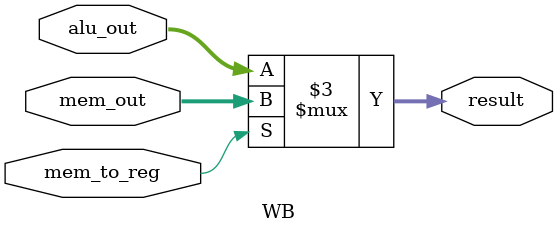
<source format=v>
`timescale 1ns / 1ps


module WB(
    input mem_to_reg,
    input [31:0] alu_out,
    input [31:0] mem_out,
    
    output reg [31:0] result
);

    always@(*)begin
        if(mem_to_reg)begin
            result <= mem_out;
        end
        else begin
            result <= alu_out;
        end
    end
endmodule
</source>
